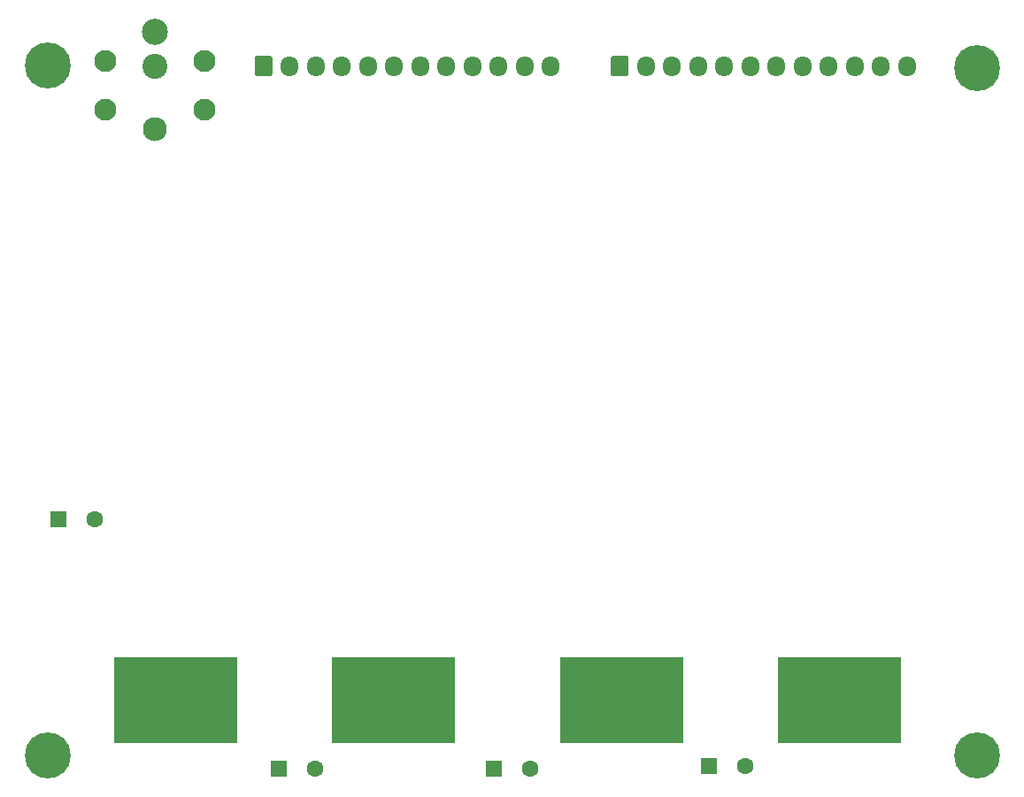
<source format=gbs>
G04 #@! TF.GenerationSoftware,KiCad,Pcbnew,(5.1.5)-3*
G04 #@! TF.CreationDate,2020-03-16T21:32:30+01:00*
G04 #@! TF.ProjectId,motor,6d6f746f-722e-46b6-9963-61645f706362,rev?*
G04 #@! TF.SameCoordinates,Original*
G04 #@! TF.FileFunction,Soldermask,Bot*
G04 #@! TF.FilePolarity,Negative*
%FSLAX46Y46*%
G04 Gerber Fmt 4.6, Leading zero omitted, Abs format (unit mm)*
G04 Created by KiCad (PCBNEW (5.1.5)-3) date 2020-03-16 21:32:30*
%MOMM*%
%LPD*%
G04 APERTURE LIST*
%ADD10C,0.100000*%
%ADD11C,2.100000*%
%ADD12C,2.500000*%
%ADD13C,2.400000*%
%ADD14C,2.300000*%
%ADD15R,1.600000X1.600000*%
%ADD16C,1.600000*%
%ADD17O,1.700000X1.950000*%
%ADD18C,4.400000*%
G04 APERTURE END LIST*
D10*
G36*
X85725000Y-106680000D02*
G01*
X74041000Y-106680000D01*
X74041000Y-98552000D01*
X85725000Y-98552000D01*
X85725000Y-106680000D01*
G37*
X85725000Y-106680000D02*
X74041000Y-106680000D01*
X74041000Y-98552000D01*
X85725000Y-98552000D01*
X85725000Y-106680000D01*
G36*
X149225000Y-106680000D02*
G01*
X137541000Y-106680000D01*
X137541000Y-98552000D01*
X149225000Y-98552000D01*
X149225000Y-106680000D01*
G37*
X149225000Y-106680000D02*
X137541000Y-106680000D01*
X137541000Y-98552000D01*
X149225000Y-98552000D01*
X149225000Y-106680000D01*
G36*
X128397000Y-106680000D02*
G01*
X116713000Y-106680000D01*
X116713000Y-98552000D01*
X128397000Y-98552000D01*
X128397000Y-106680000D01*
G37*
X128397000Y-106680000D02*
X116713000Y-106680000D01*
X116713000Y-98552000D01*
X128397000Y-98552000D01*
X128397000Y-106680000D01*
G36*
X106553000Y-106680000D02*
G01*
X94869000Y-106680000D01*
X94869000Y-98552000D01*
X106553000Y-98552000D01*
X106553000Y-106680000D01*
G37*
X106553000Y-106680000D02*
X94869000Y-106680000D01*
X94869000Y-98552000D01*
X106553000Y-98552000D01*
X106553000Y-106680000D01*
D11*
X73228000Y-41504500D03*
X73228000Y-46204500D03*
X82728000Y-46204500D03*
X82728000Y-41504500D03*
D12*
X77978000Y-38754500D03*
D13*
X77978000Y-42004500D03*
D14*
X77978000Y-48004500D03*
D15*
X68707000Y-85344000D03*
D16*
X72207000Y-85344000D03*
X93289000Y-109220000D03*
D15*
X89789000Y-109220000D03*
X110363000Y-109220000D03*
D16*
X113863000Y-109220000D03*
X134437000Y-108966000D03*
D15*
X130937000Y-108966000D03*
D10*
G36*
X88978504Y-41028204D02*
G01*
X89002773Y-41031804D01*
X89026571Y-41037765D01*
X89049671Y-41046030D01*
X89071849Y-41056520D01*
X89092893Y-41069133D01*
X89112598Y-41083747D01*
X89130777Y-41100223D01*
X89147253Y-41118402D01*
X89161867Y-41138107D01*
X89174480Y-41159151D01*
X89184970Y-41181329D01*
X89193235Y-41204429D01*
X89199196Y-41228227D01*
X89202796Y-41252496D01*
X89204000Y-41277000D01*
X89204000Y-42727000D01*
X89202796Y-42751504D01*
X89199196Y-42775773D01*
X89193235Y-42799571D01*
X89184970Y-42822671D01*
X89174480Y-42844849D01*
X89161867Y-42865893D01*
X89147253Y-42885598D01*
X89130777Y-42903777D01*
X89112598Y-42920253D01*
X89092893Y-42934867D01*
X89071849Y-42947480D01*
X89049671Y-42957970D01*
X89026571Y-42966235D01*
X89002773Y-42972196D01*
X88978504Y-42975796D01*
X88954000Y-42977000D01*
X87754000Y-42977000D01*
X87729496Y-42975796D01*
X87705227Y-42972196D01*
X87681429Y-42966235D01*
X87658329Y-42957970D01*
X87636151Y-42947480D01*
X87615107Y-42934867D01*
X87595402Y-42920253D01*
X87577223Y-42903777D01*
X87560747Y-42885598D01*
X87546133Y-42865893D01*
X87533520Y-42844849D01*
X87523030Y-42822671D01*
X87514765Y-42799571D01*
X87508804Y-42775773D01*
X87505204Y-42751504D01*
X87504000Y-42727000D01*
X87504000Y-41277000D01*
X87505204Y-41252496D01*
X87508804Y-41228227D01*
X87514765Y-41204429D01*
X87523030Y-41181329D01*
X87533520Y-41159151D01*
X87546133Y-41138107D01*
X87560747Y-41118402D01*
X87577223Y-41100223D01*
X87595402Y-41083747D01*
X87615107Y-41069133D01*
X87636151Y-41056520D01*
X87658329Y-41046030D01*
X87681429Y-41037765D01*
X87705227Y-41031804D01*
X87729496Y-41028204D01*
X87754000Y-41027000D01*
X88954000Y-41027000D01*
X88978504Y-41028204D01*
G37*
D17*
X90854000Y-42002000D03*
X93354000Y-42002000D03*
X95854000Y-42002000D03*
X98354000Y-42002000D03*
X100854000Y-42002000D03*
X103354000Y-42002000D03*
X105854000Y-42002000D03*
X108354000Y-42002000D03*
X110854000Y-42002000D03*
X113354000Y-42002000D03*
X115854000Y-42002000D03*
X149929000Y-42002000D03*
X147429000Y-42002000D03*
X144929000Y-42002000D03*
X142429000Y-42002000D03*
X139929000Y-42002000D03*
X137429000Y-42002000D03*
X134929000Y-42002000D03*
X132429000Y-42002000D03*
X129929000Y-42002000D03*
X127429000Y-42002000D03*
X124929000Y-42002000D03*
D10*
G36*
X123053504Y-41028204D02*
G01*
X123077773Y-41031804D01*
X123101571Y-41037765D01*
X123124671Y-41046030D01*
X123146849Y-41056520D01*
X123167893Y-41069133D01*
X123187598Y-41083747D01*
X123205777Y-41100223D01*
X123222253Y-41118402D01*
X123236867Y-41138107D01*
X123249480Y-41159151D01*
X123259970Y-41181329D01*
X123268235Y-41204429D01*
X123274196Y-41228227D01*
X123277796Y-41252496D01*
X123279000Y-41277000D01*
X123279000Y-42727000D01*
X123277796Y-42751504D01*
X123274196Y-42775773D01*
X123268235Y-42799571D01*
X123259970Y-42822671D01*
X123249480Y-42844849D01*
X123236867Y-42865893D01*
X123222253Y-42885598D01*
X123205777Y-42903777D01*
X123187598Y-42920253D01*
X123167893Y-42934867D01*
X123146849Y-42947480D01*
X123124671Y-42957970D01*
X123101571Y-42966235D01*
X123077773Y-42972196D01*
X123053504Y-42975796D01*
X123029000Y-42977000D01*
X121829000Y-42977000D01*
X121804496Y-42975796D01*
X121780227Y-42972196D01*
X121756429Y-42966235D01*
X121733329Y-42957970D01*
X121711151Y-42947480D01*
X121690107Y-42934867D01*
X121670402Y-42920253D01*
X121652223Y-42903777D01*
X121635747Y-42885598D01*
X121621133Y-42865893D01*
X121608520Y-42844849D01*
X121598030Y-42822671D01*
X121589765Y-42799571D01*
X121583804Y-42775773D01*
X121580204Y-42751504D01*
X121579000Y-42727000D01*
X121579000Y-41277000D01*
X121580204Y-41252496D01*
X121583804Y-41228227D01*
X121589765Y-41204429D01*
X121598030Y-41181329D01*
X121608520Y-41159151D01*
X121621133Y-41138107D01*
X121635747Y-41118402D01*
X121652223Y-41100223D01*
X121670402Y-41083747D01*
X121690107Y-41069133D01*
X121711151Y-41056520D01*
X121733329Y-41046030D01*
X121756429Y-41037765D01*
X121780227Y-41031804D01*
X121804496Y-41028204D01*
X121829000Y-41027000D01*
X123029000Y-41027000D01*
X123053504Y-41028204D01*
G37*
D18*
X67691000Y-41910000D03*
X67691000Y-107950000D03*
X156591000Y-42164000D03*
X156591000Y-107950000D03*
M02*

</source>
